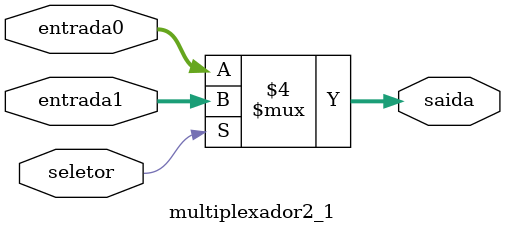
<source format=v>
module multiplexador2_1(entrada0, entrada1, seletor, saida);
	
	input [31:0] entrada0;
	input [31:0] entrada1;
	input seletor;
	
	output reg [31:0] saida;

	always @(entrada0, entrada1, seletor) begin
		
		if (seletor == 0) begin
			saida = entrada0;
		end else begin
			saida = entrada1;
		end		

	end

endmodule

</source>
